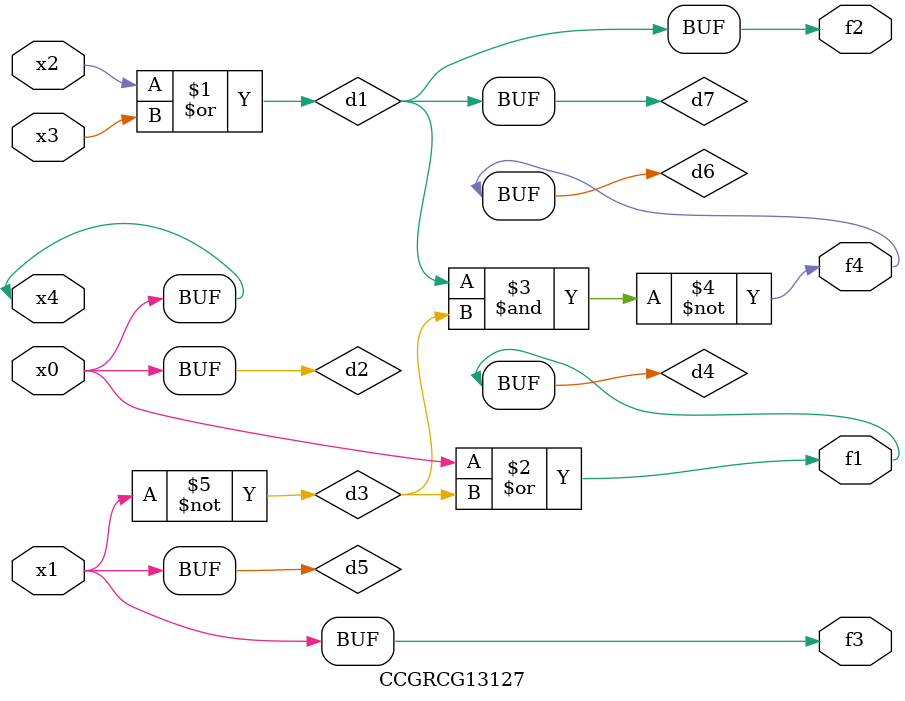
<source format=v>
module CCGRCG13127(
	input x0, x1, x2, x3, x4,
	output f1, f2, f3, f4
);

	wire d1, d2, d3, d4, d5, d6, d7;

	or (d1, x2, x3);
	buf (d2, x0, x4);
	not (d3, x1);
	or (d4, d2, d3);
	not (d5, d3);
	nand (d6, d1, d3);
	or (d7, d1);
	assign f1 = d4;
	assign f2 = d7;
	assign f3 = d5;
	assign f4 = d6;
endmodule

</source>
